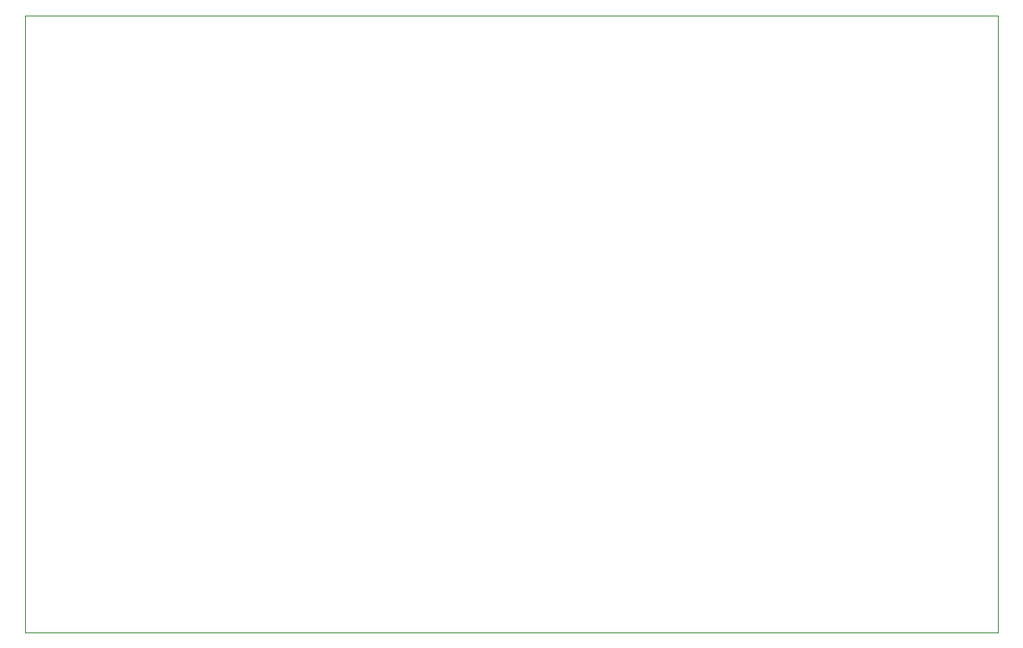
<source format=gbr>
%TF.GenerationSoftware,KiCad,Pcbnew,(7.0.0-0)*%
%TF.CreationDate,2023-03-27T22:21:21-05:00*%
%TF.ProjectId,he-sensor-breakout,68652d73-656e-4736-9f72-2d627265616b,rev?*%
%TF.SameCoordinates,Original*%
%TF.FileFunction,Profile,NP*%
%FSLAX46Y46*%
G04 Gerber Fmt 4.6, Leading zero omitted, Abs format (unit mm)*
G04 Created by KiCad (PCBNEW (7.0.0-0)) date 2023-03-27 22:21:21*
%MOMM*%
%LPD*%
G01*
G04 APERTURE LIST*
%TA.AperFunction,Profile*%
%ADD10C,0.100000*%
%TD*%
G04 APERTURE END LIST*
D10*
X71475000Y-46250000D02*
X166775000Y-46250000D01*
X166775000Y-46250000D02*
X166775000Y-106600000D01*
X166775000Y-106600000D02*
X71475000Y-106600000D01*
X71475000Y-106600000D02*
X71475000Y-46250000D01*
M02*

</source>
